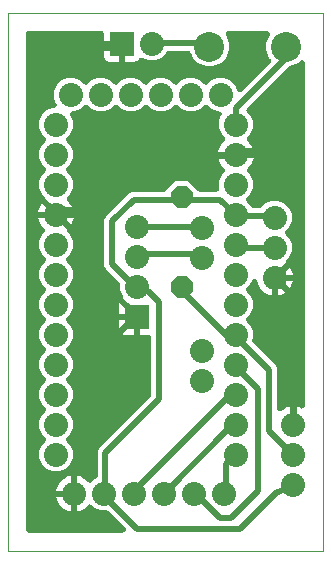
<source format=gbr>
G04 EAGLE Gerber X2 export*
%TF.Part,Single*%
%TF.FileFunction,Copper,L1,Bot,Mixed*%
%TF.FilePolarity,Positive*%
%TF.GenerationSoftware,Autodesk,EAGLE,9.5.0*%
%TF.CreationDate,2020-01-27T17:32:09Z*%
G75*
%MOIN*%
%FSLAX34Y34*%
%LPD*%
%INWater_copper*%
%AMOC8*
5,1,8,0,0,1.08239X$1,22.5*%
G01*
%ADD10C,0.000000*%
%ADD11P,0.077932X8X112.500000*%
%ADD12C,0.080000*%
%ADD13R,0.080000X0.080000*%
%ADD14C,0.100000*%
%ADD15C,0.020000*%

G36*
X3836Y601D02*
X3836Y601D01*
X3841Y601D01*
X3845Y602D01*
X3848Y602D01*
X3854Y604D01*
X3859Y605D01*
X3862Y606D01*
X3866Y607D01*
X3870Y609D01*
X3875Y611D01*
X3878Y613D01*
X3881Y615D01*
X3886Y618D01*
X3890Y620D01*
X3893Y623D01*
X3896Y625D01*
X3899Y629D01*
X3903Y632D01*
X3906Y635D01*
X3908Y638D01*
X3911Y642D01*
X3914Y646D01*
X3916Y649D01*
X3918Y652D01*
X3920Y657D01*
X3922Y662D01*
X3924Y665D01*
X3925Y668D01*
X3926Y674D01*
X3928Y679D01*
X3928Y682D01*
X3929Y686D01*
X3929Y691D01*
X3930Y696D01*
X3930Y700D01*
X3930Y703D01*
X3929Y708D01*
X3929Y714D01*
X3928Y717D01*
X3928Y721D01*
X3926Y726D01*
X3925Y731D01*
X3924Y734D01*
X3923Y738D01*
X3920Y742D01*
X3918Y747D01*
X3916Y750D01*
X3915Y753D01*
X3911Y758D01*
X3908Y762D01*
X3905Y766D01*
X3904Y767D01*
X3903Y768D01*
X3901Y770D01*
X3361Y1310D01*
X3356Y1315D01*
X3351Y1319D01*
X3349Y1320D01*
X3348Y1322D01*
X3342Y1325D01*
X3336Y1329D01*
X3334Y1329D01*
X3332Y1330D01*
X3326Y1333D01*
X3319Y1335D01*
X3317Y1335D01*
X3316Y1336D01*
X3309Y1337D01*
X3302Y1339D01*
X3299Y1339D01*
X3298Y1339D01*
X3296Y1339D01*
X3291Y1339D01*
X3088Y1339D01*
X2882Y1425D01*
X2798Y1509D01*
X2792Y1514D01*
X2786Y1519D01*
X2785Y1520D01*
X2778Y1524D01*
X2771Y1528D01*
X2770Y1528D01*
X2769Y1529D01*
X2762Y1531D01*
X2754Y1534D01*
X2753Y1534D01*
X2753Y1535D01*
X2745Y1536D01*
X2737Y1537D01*
X2736Y1537D01*
X2735Y1537D01*
X2727Y1537D01*
X2719Y1537D01*
X2718Y1537D01*
X2710Y1536D01*
X2702Y1534D01*
X2701Y1534D01*
X2700Y1534D01*
X2693Y1531D01*
X2685Y1528D01*
X2684Y1527D01*
X2677Y1523D01*
X2670Y1519D01*
X2669Y1518D01*
X2666Y1515D01*
X2662Y1512D01*
X2657Y1507D01*
X2656Y1507D01*
X2656Y1506D01*
X2655Y1506D01*
X2597Y1447D01*
X2534Y1399D01*
X2466Y1360D01*
X2394Y1330D01*
X2317Y1310D01*
X2299Y1307D01*
X2299Y1900D01*
X2299Y2493D01*
X2317Y2490D01*
X2394Y2470D01*
X2466Y2440D01*
X2534Y2401D01*
X2597Y2353D01*
X2657Y2292D01*
X2658Y2292D01*
X2660Y2289D01*
X2661Y2289D01*
X2661Y2288D01*
X2668Y2283D01*
X2674Y2278D01*
X2675Y2278D01*
X2675Y2277D01*
X2683Y2274D01*
X2690Y2270D01*
X2691Y2270D01*
X2691Y2269D01*
X2699Y2267D01*
X2707Y2265D01*
X2708Y2264D01*
X2716Y2263D01*
X2724Y2262D01*
X2725Y2262D01*
X2726Y2262D01*
X2734Y2263D01*
X2742Y2263D01*
X2743Y2263D01*
X2751Y2265D01*
X2759Y2267D01*
X2760Y2268D01*
X2768Y2271D01*
X2775Y2274D01*
X2776Y2275D01*
X2777Y2275D01*
X2783Y2279D01*
X2790Y2284D01*
X2791Y2285D01*
X2792Y2286D01*
X2798Y2291D01*
X2882Y2375D01*
X2928Y2394D01*
X2936Y2398D01*
X2943Y2402D01*
X2944Y2402D01*
X2950Y2408D01*
X2957Y2413D01*
X2958Y2413D01*
X2963Y2420D01*
X2969Y2426D01*
X2974Y2434D01*
X2979Y2441D01*
X2982Y2450D01*
X2984Y2454D01*
X2984Y2455D01*
X2985Y2458D01*
X2987Y2466D01*
X2987Y2468D01*
X2988Y2472D01*
X2988Y2473D01*
X2989Y2475D01*
X2989Y2476D01*
X2989Y2486D01*
X2989Y3302D01*
X3029Y3398D01*
X4750Y5119D01*
X4755Y5124D01*
X4759Y5129D01*
X4760Y5131D01*
X4762Y5132D01*
X4765Y5138D01*
X4769Y5144D01*
X4769Y5146D01*
X4770Y5148D01*
X4773Y5154D01*
X4775Y5161D01*
X4775Y5163D01*
X4776Y5164D01*
X4777Y5171D01*
X4779Y5178D01*
X4779Y5181D01*
X4779Y5182D01*
X4779Y5184D01*
X4779Y5189D01*
X4779Y7100D01*
X4779Y7102D01*
X4779Y7103D01*
X4778Y7110D01*
X4778Y7118D01*
X4777Y7119D01*
X4777Y7121D01*
X4775Y7128D01*
X4773Y7135D01*
X4772Y7136D01*
X4772Y7138D01*
X4769Y7144D01*
X4765Y7151D01*
X4764Y7152D01*
X4764Y7153D01*
X4759Y7159D01*
X4755Y7165D01*
X4754Y7166D01*
X4753Y7167D01*
X4748Y7172D01*
X4742Y7177D01*
X4741Y7178D01*
X4740Y7179D01*
X4734Y7183D01*
X4728Y7187D01*
X4726Y7188D01*
X4725Y7189D01*
X4718Y7191D01*
X4712Y7194D01*
X4710Y7194D01*
X4708Y7195D01*
X4701Y7197D01*
X4694Y7198D01*
X4693Y7198D01*
X4691Y7199D01*
X4680Y7199D01*
X4399Y7199D01*
X4399Y7800D01*
X4399Y7802D01*
X4399Y7803D01*
X4398Y7810D01*
X4398Y7818D01*
X4397Y7819D01*
X4397Y7821D01*
X4395Y7828D01*
X4393Y7835D01*
X4392Y7836D01*
X4392Y7838D01*
X4389Y7844D01*
X4385Y7851D01*
X4384Y7852D01*
X4384Y7853D01*
X4379Y7859D01*
X4375Y7865D01*
X4374Y7866D01*
X4373Y7867D01*
X4368Y7872D01*
X4362Y7877D01*
X4361Y7878D01*
X4360Y7879D01*
X4354Y7883D01*
X4348Y7887D01*
X4346Y7888D01*
X4345Y7889D01*
X4338Y7891D01*
X4332Y7894D01*
X4330Y7894D01*
X4328Y7895D01*
X4321Y7897D01*
X4314Y7898D01*
X4313Y7898D01*
X4311Y7899D01*
X4300Y7899D01*
X3699Y7899D01*
X3699Y8220D01*
X3707Y8259D01*
X3722Y8295D01*
X3744Y8328D01*
X3772Y8356D01*
X3787Y8366D01*
X3788Y8366D01*
X3794Y8372D01*
X3800Y8377D01*
X3801Y8377D01*
X3801Y8378D01*
X3807Y8384D01*
X3812Y8390D01*
X3812Y8391D01*
X3813Y8391D01*
X3817Y8398D01*
X3821Y8405D01*
X3821Y8406D01*
X3821Y8407D01*
X3824Y8414D01*
X3827Y8422D01*
X3827Y8423D01*
X3829Y8431D01*
X3830Y8439D01*
X3830Y8440D01*
X3830Y8441D01*
X3830Y8449D01*
X3830Y8457D01*
X3830Y8458D01*
X3829Y8466D01*
X3827Y8474D01*
X3827Y8475D01*
X3827Y8476D01*
X3823Y8486D01*
X3739Y8688D01*
X3739Y8871D01*
X3739Y8878D01*
X3738Y8885D01*
X3738Y8887D01*
X3738Y8888D01*
X3736Y8895D01*
X3734Y8902D01*
X3734Y8904D01*
X3733Y8906D01*
X3730Y8912D01*
X3727Y8918D01*
X3726Y8920D01*
X3725Y8921D01*
X3721Y8927D01*
X3718Y8933D01*
X3716Y8935D01*
X3715Y8936D01*
X3714Y8937D01*
X3710Y8941D01*
X3259Y9392D01*
X3219Y9488D01*
X3219Y11032D01*
X3259Y11128D01*
X4052Y11921D01*
X4148Y11961D01*
X5183Y11961D01*
X5190Y11961D01*
X5197Y11962D01*
X5199Y11962D01*
X5201Y11962D01*
X5207Y11964D01*
X5214Y11966D01*
X5216Y11966D01*
X5218Y11967D01*
X5224Y11970D01*
X5230Y11973D01*
X5232Y11974D01*
X5234Y11975D01*
X5239Y11979D01*
X5245Y11982D01*
X5247Y11984D01*
X5248Y11985D01*
X5249Y11986D01*
X5253Y11990D01*
X5584Y12321D01*
X6016Y12321D01*
X6347Y11990D01*
X6352Y11985D01*
X6357Y11981D01*
X6359Y11980D01*
X6360Y11978D01*
X6366Y11975D01*
X6372Y11971D01*
X6374Y11971D01*
X6376Y11970D01*
X6382Y11967D01*
X6388Y11965D01*
X6390Y11965D01*
X6392Y11964D01*
X6399Y11963D01*
X6406Y11961D01*
X6408Y11961D01*
X6410Y11961D01*
X6412Y11961D01*
X6417Y11961D01*
X6944Y11961D01*
X6947Y11961D01*
X6950Y11961D01*
X6956Y11962D01*
X6961Y11962D01*
X6965Y11963D01*
X6968Y11964D01*
X6973Y11966D01*
X6978Y11967D01*
X6981Y11968D01*
X6985Y11970D01*
X6989Y11972D01*
X6994Y11975D01*
X6997Y11977D01*
X7000Y11978D01*
X7004Y11982D01*
X7009Y11985D01*
X7011Y11987D01*
X7014Y11990D01*
X7017Y11994D01*
X7021Y11998D01*
X7023Y12000D01*
X7025Y12003D01*
X7028Y12008D01*
X7031Y12012D01*
X7032Y12015D01*
X7034Y12018D01*
X7036Y12024D01*
X7038Y12028D01*
X7039Y12032D01*
X7040Y12035D01*
X7041Y12040D01*
X7042Y12046D01*
X7042Y12049D01*
X7043Y12052D01*
X7043Y12058D01*
X7043Y12063D01*
X7042Y12067D01*
X7042Y12070D01*
X7041Y12075D01*
X7041Y12081D01*
X7040Y12084D01*
X7039Y12086D01*
X7039Y12312D01*
X7125Y12518D01*
X7209Y12602D01*
X7214Y12608D01*
X7219Y12614D01*
X7220Y12615D01*
X7224Y12622D01*
X7228Y12629D01*
X7228Y12630D01*
X7229Y12631D01*
X7231Y12638D01*
X7234Y12646D01*
X7234Y12647D01*
X7235Y12647D01*
X7236Y12655D01*
X7237Y12663D01*
X7237Y12664D01*
X7237Y12665D01*
X7237Y12673D01*
X7237Y12681D01*
X7237Y12682D01*
X7236Y12690D01*
X7234Y12698D01*
X7234Y12699D01*
X7234Y12700D01*
X7231Y12707D01*
X7228Y12715D01*
X7227Y12716D01*
X7223Y12723D01*
X7219Y12730D01*
X7218Y12731D01*
X7215Y12734D01*
X7212Y12738D01*
X7207Y12743D01*
X7207Y12744D01*
X7206Y12744D01*
X7206Y12745D01*
X7147Y12803D01*
X7099Y12866D01*
X7060Y12934D01*
X7030Y13006D01*
X7010Y13083D01*
X7007Y13101D01*
X7600Y13101D01*
X8193Y13101D01*
X8190Y13083D01*
X8170Y13006D01*
X8140Y12934D01*
X8101Y12866D01*
X8053Y12803D01*
X7992Y12743D01*
X7992Y12742D01*
X7989Y12740D01*
X7989Y12739D01*
X7988Y12739D01*
X7983Y12732D01*
X7978Y12726D01*
X7978Y12725D01*
X7977Y12725D01*
X7974Y12717D01*
X7970Y12710D01*
X7970Y12709D01*
X7969Y12709D01*
X7967Y12701D01*
X7965Y12693D01*
X7964Y12692D01*
X7963Y12684D01*
X7962Y12676D01*
X7962Y12675D01*
X7962Y12674D01*
X7963Y12666D01*
X7963Y12658D01*
X7963Y12657D01*
X7965Y12649D01*
X7967Y12641D01*
X7968Y12640D01*
X7971Y12632D01*
X7974Y12625D01*
X7975Y12624D01*
X7975Y12623D01*
X7979Y12617D01*
X7984Y12610D01*
X7985Y12609D01*
X7986Y12608D01*
X7991Y12602D01*
X8075Y12518D01*
X8161Y12312D01*
X8161Y12088D01*
X8075Y11882D01*
X7963Y11770D01*
X7962Y11769D01*
X7961Y11768D01*
X7956Y11762D01*
X7952Y11757D01*
X7951Y11755D01*
X7950Y11754D01*
X7947Y11748D01*
X7943Y11741D01*
X7943Y11740D01*
X7942Y11738D01*
X7940Y11731D01*
X7937Y11725D01*
X7937Y11723D01*
X7936Y11721D01*
X7936Y11714D01*
X7934Y11707D01*
X7934Y11706D01*
X7934Y11704D01*
X7935Y11697D01*
X7935Y11690D01*
X7935Y11688D01*
X7935Y11686D01*
X7937Y11679D01*
X7938Y11672D01*
X7939Y11671D01*
X7939Y11669D01*
X7942Y11662D01*
X7945Y11656D01*
X7945Y11654D01*
X7946Y11653D01*
X7950Y11647D01*
X7954Y11641D01*
X7955Y11639D01*
X7956Y11638D01*
X7963Y11630D01*
X8075Y11518D01*
X8090Y11482D01*
X8094Y11474D01*
X8098Y11467D01*
X8098Y11466D01*
X8104Y11459D01*
X8109Y11453D01*
X8109Y11452D01*
X8116Y11447D01*
X8122Y11441D01*
X8130Y11436D01*
X8137Y11431D01*
X8145Y11428D01*
X8153Y11425D01*
X8154Y11425D01*
X8162Y11423D01*
X8171Y11421D01*
X8172Y11421D01*
X8182Y11421D01*
X8387Y11421D01*
X8393Y11421D01*
X8400Y11422D01*
X8402Y11422D01*
X8404Y11422D01*
X8411Y11424D01*
X8418Y11426D01*
X8419Y11426D01*
X8421Y11427D01*
X8427Y11430D01*
X8434Y11433D01*
X8435Y11434D01*
X8437Y11435D01*
X8443Y11439D01*
X8448Y11442D01*
X8450Y11444D01*
X8452Y11445D01*
X8453Y11446D01*
X8457Y11450D01*
X8582Y11575D01*
X8788Y11661D01*
X9012Y11661D01*
X9218Y11575D01*
X9375Y11418D01*
X9461Y11212D01*
X9461Y10988D01*
X9375Y10782D01*
X9263Y10670D01*
X9262Y10669D01*
X9261Y10668D01*
X9256Y10662D01*
X9252Y10657D01*
X9251Y10655D01*
X9250Y10654D01*
X9247Y10648D01*
X9243Y10641D01*
X9243Y10640D01*
X9242Y10638D01*
X9240Y10631D01*
X9237Y10625D01*
X9237Y10623D01*
X9236Y10621D01*
X9236Y10614D01*
X9234Y10607D01*
X9234Y10606D01*
X9234Y10604D01*
X9235Y10597D01*
X9235Y10590D01*
X9235Y10588D01*
X9235Y10586D01*
X9237Y10579D01*
X9238Y10572D01*
X9239Y10571D01*
X9239Y10569D01*
X9242Y10562D01*
X9245Y10556D01*
X9245Y10554D01*
X9246Y10553D01*
X9250Y10547D01*
X9254Y10541D01*
X9255Y10539D01*
X9256Y10538D01*
X9263Y10530D01*
X9375Y10418D01*
X9461Y10212D01*
X9461Y9988D01*
X9375Y9782D01*
X9291Y9698D01*
X9286Y9692D01*
X9281Y9686D01*
X9280Y9685D01*
X9276Y9678D01*
X9272Y9671D01*
X9272Y9670D01*
X9271Y9669D01*
X9269Y9662D01*
X9266Y9654D01*
X9266Y9653D01*
X9265Y9653D01*
X9264Y9645D01*
X9263Y9637D01*
X9263Y9636D01*
X9263Y9635D01*
X9263Y9627D01*
X9263Y9619D01*
X9263Y9618D01*
X9264Y9610D01*
X9266Y9602D01*
X9266Y9601D01*
X9266Y9600D01*
X9269Y9593D01*
X9272Y9585D01*
X9273Y9584D01*
X9277Y9577D01*
X9281Y9570D01*
X9282Y9569D01*
X9285Y9566D01*
X9288Y9562D01*
X9293Y9557D01*
X9293Y9556D01*
X9294Y9556D01*
X9294Y9555D01*
X9353Y9497D01*
X9401Y9434D01*
X9440Y9366D01*
X9470Y9294D01*
X9490Y9217D01*
X9493Y9199D01*
X8900Y9199D01*
X8898Y9199D01*
X8897Y9199D01*
X8890Y9198D01*
X8882Y9198D01*
X8881Y9197D01*
X8879Y9197D01*
X8872Y9195D01*
X8865Y9193D01*
X8864Y9192D01*
X8862Y9192D01*
X8856Y9189D01*
X8849Y9185D01*
X8848Y9184D01*
X8847Y9184D01*
X8841Y9179D01*
X8835Y9175D01*
X8834Y9174D01*
X8833Y9173D01*
X8828Y9168D01*
X8823Y9162D01*
X8822Y9161D01*
X8821Y9160D01*
X8817Y9154D01*
X8813Y9148D01*
X8812Y9146D01*
X8811Y9145D01*
X8809Y9138D01*
X8806Y9132D01*
X8806Y9130D01*
X8805Y9128D01*
X8803Y9121D01*
X8802Y9114D01*
X8802Y9113D01*
X8801Y9111D01*
X8801Y9100D01*
X8801Y8507D01*
X8783Y8510D01*
X8706Y8530D01*
X8634Y8560D01*
X8566Y8599D01*
X8503Y8647D01*
X8447Y8703D01*
X8399Y8766D01*
X8360Y8834D01*
X8330Y8906D01*
X8310Y8983D01*
X8309Y8985D01*
X8308Y8988D01*
X8306Y8994D01*
X8303Y8999D01*
X8302Y9002D01*
X8301Y9004D01*
X8298Y9009D01*
X8295Y9014D01*
X8293Y9017D01*
X8291Y9019D01*
X8287Y9023D01*
X8283Y9028D01*
X8281Y9030D01*
X8279Y9032D01*
X8274Y9035D01*
X8269Y9039D01*
X8267Y9040D01*
X8265Y9042D01*
X8259Y9045D01*
X8254Y9048D01*
X8251Y9048D01*
X8249Y9050D01*
X8243Y9051D01*
X8237Y9053D01*
X8234Y9054D01*
X8232Y9054D01*
X8226Y9055D01*
X8220Y9056D01*
X8217Y9056D01*
X8214Y9056D01*
X8208Y9056D01*
X8202Y9055D01*
X8199Y9055D01*
X8196Y9055D01*
X8191Y9053D01*
X8185Y9052D01*
X8182Y9051D01*
X8179Y9050D01*
X8174Y9047D01*
X8168Y9045D01*
X8166Y9044D01*
X8163Y9042D01*
X8159Y9039D01*
X8154Y9036D01*
X8151Y9034D01*
X8149Y9032D01*
X8145Y9028D01*
X8140Y9024D01*
X8139Y9022D01*
X8137Y9019D01*
X8133Y9015D01*
X8130Y9010D01*
X8128Y9007D01*
X8127Y9005D01*
X8122Y8995D01*
X8075Y8882D01*
X7963Y8770D01*
X7962Y8769D01*
X7961Y8768D01*
X7956Y8762D01*
X7952Y8757D01*
X7951Y8755D01*
X7950Y8754D01*
X7947Y8748D01*
X7943Y8741D01*
X7943Y8740D01*
X7942Y8738D01*
X7940Y8731D01*
X7937Y8725D01*
X7937Y8723D01*
X7936Y8721D01*
X7936Y8714D01*
X7934Y8707D01*
X7934Y8706D01*
X7934Y8704D01*
X7935Y8697D01*
X7935Y8690D01*
X7935Y8688D01*
X7935Y8686D01*
X7937Y8679D01*
X7938Y8672D01*
X7939Y8671D01*
X7939Y8669D01*
X7942Y8662D01*
X7945Y8656D01*
X7945Y8654D01*
X7946Y8653D01*
X7950Y8647D01*
X7954Y8641D01*
X7955Y8639D01*
X7956Y8638D01*
X7963Y8630D01*
X8075Y8518D01*
X8161Y8312D01*
X8161Y8088D01*
X8075Y7882D01*
X7963Y7770D01*
X7962Y7769D01*
X7961Y7768D01*
X7956Y7762D01*
X7952Y7757D01*
X7951Y7755D01*
X7950Y7754D01*
X7947Y7748D01*
X7943Y7741D01*
X7943Y7740D01*
X7942Y7738D01*
X7940Y7731D01*
X7937Y7725D01*
X7937Y7723D01*
X7936Y7721D01*
X7936Y7714D01*
X7934Y7707D01*
X7934Y7706D01*
X7934Y7704D01*
X7935Y7697D01*
X7935Y7690D01*
X7935Y7688D01*
X7935Y7686D01*
X7937Y7679D01*
X7938Y7672D01*
X7939Y7671D01*
X7939Y7669D01*
X7942Y7662D01*
X7945Y7656D01*
X7945Y7654D01*
X7946Y7653D01*
X7950Y7647D01*
X7954Y7641D01*
X7955Y7639D01*
X7956Y7638D01*
X7963Y7630D01*
X8075Y7518D01*
X8161Y7312D01*
X8161Y7088D01*
X8143Y7046D01*
X8140Y7038D01*
X8138Y7029D01*
X8137Y7020D01*
X8136Y7012D01*
X8136Y7011D01*
X8136Y7003D01*
X8136Y6994D01*
X8138Y6985D01*
X8140Y6977D01*
X8141Y6977D01*
X8144Y6969D01*
X8147Y6961D01*
X8148Y6960D01*
X8152Y6953D01*
X8157Y6946D01*
X8158Y6945D01*
X8165Y6938D01*
X8921Y6181D01*
X8961Y6085D01*
X8961Y4745D01*
X8961Y4737D01*
X8962Y4730D01*
X8962Y4728D01*
X8962Y4727D01*
X8964Y4720D01*
X8966Y4712D01*
X8967Y4711D01*
X8967Y4710D01*
X8970Y4703D01*
X8973Y4696D01*
X8974Y4695D01*
X8975Y4694D01*
X8979Y4688D01*
X8983Y4682D01*
X8984Y4681D01*
X8985Y4680D01*
X8990Y4675D01*
X8996Y4669D01*
X8997Y4668D01*
X8998Y4668D01*
X9004Y4663D01*
X9010Y4659D01*
X9011Y4658D01*
X9012Y4658D01*
X9019Y4655D01*
X9026Y4651D01*
X9027Y4651D01*
X9028Y4651D01*
X9036Y4649D01*
X9043Y4647D01*
X9044Y4647D01*
X9046Y4646D01*
X9053Y4646D01*
X9061Y4645D01*
X9062Y4646D01*
X9063Y4646D01*
X9071Y4646D01*
X9078Y4647D01*
X9080Y4648D01*
X9081Y4648D01*
X9088Y4650D01*
X9095Y4652D01*
X9096Y4653D01*
X9098Y4653D01*
X9104Y4656D01*
X9111Y4660D01*
X9113Y4661D01*
X9115Y4662D01*
X9120Y4666D01*
X9166Y4701D01*
X9234Y4740D01*
X9306Y4770D01*
X9383Y4790D01*
X9401Y4793D01*
X9401Y4200D01*
X9401Y4198D01*
X9401Y4197D01*
X9402Y4190D01*
X9402Y4182D01*
X9403Y4181D01*
X9403Y4179D01*
X9405Y4172D01*
X9407Y4165D01*
X9408Y4164D01*
X9408Y4162D01*
X9411Y4156D01*
X9415Y4149D01*
X9416Y4148D01*
X9416Y4147D01*
X9421Y4141D01*
X9425Y4135D01*
X9426Y4134D01*
X9427Y4133D01*
X9432Y4128D01*
X9438Y4123D01*
X9439Y4122D01*
X9440Y4121D01*
X9446Y4117D01*
X9452Y4113D01*
X9454Y4112D01*
X9455Y4111D01*
X9462Y4109D01*
X9468Y4106D01*
X9470Y4106D01*
X9472Y4105D01*
X9479Y4103D01*
X9486Y4102D01*
X9487Y4102D01*
X9489Y4101D01*
X9500Y4101D01*
X9502Y4101D01*
X9503Y4101D01*
X9510Y4102D01*
X9518Y4102D01*
X9519Y4103D01*
X9521Y4103D01*
X9528Y4105D01*
X9535Y4107D01*
X9536Y4108D01*
X9538Y4108D01*
X9544Y4112D01*
X9551Y4115D01*
X9552Y4116D01*
X9553Y4116D01*
X9559Y4121D01*
X9565Y4125D01*
X9566Y4126D01*
X9567Y4127D01*
X9572Y4132D01*
X9577Y4138D01*
X9578Y4139D01*
X9579Y4140D01*
X9583Y4146D01*
X9587Y4152D01*
X9588Y4154D01*
X9589Y4155D01*
X9591Y4162D01*
X9594Y4168D01*
X9594Y4170D01*
X9595Y4172D01*
X9597Y4179D01*
X9598Y4186D01*
X9598Y4187D01*
X9599Y4189D01*
X9599Y4200D01*
X9599Y4793D01*
X9617Y4790D01*
X9694Y4770D01*
X9762Y4742D01*
X9765Y4741D01*
X9768Y4739D01*
X9774Y4738D01*
X9779Y4736D01*
X9782Y4736D01*
X9786Y4735D01*
X9791Y4735D01*
X9796Y4734D01*
X9800Y4734D01*
X9803Y4734D01*
X9809Y4735D01*
X9814Y4735D01*
X9817Y4736D01*
X9821Y4736D01*
X9826Y4738D01*
X9831Y4739D01*
X9834Y4741D01*
X9838Y4742D01*
X9842Y4744D01*
X9847Y4746D01*
X9850Y4748D01*
X9853Y4750D01*
X9858Y4753D01*
X9862Y4756D01*
X9865Y4758D01*
X9867Y4761D01*
X9871Y4765D01*
X9875Y4768D01*
X9877Y4771D01*
X9879Y4774D01*
X9882Y4778D01*
X9885Y4783D01*
X9887Y4786D01*
X9889Y4789D01*
X9891Y4794D01*
X9893Y4798D01*
X9894Y4802D01*
X9895Y4805D01*
X9896Y4810D01*
X9898Y4815D01*
X9898Y4819D01*
X9899Y4822D01*
X9899Y4833D01*
X9899Y16246D01*
X9899Y16251D01*
X9899Y16256D01*
X9898Y16260D01*
X9898Y16263D01*
X9896Y16268D01*
X9895Y16273D01*
X9894Y16277D01*
X9893Y16280D01*
X9891Y16285D01*
X9889Y16290D01*
X9887Y16293D01*
X9885Y16296D01*
X9882Y16300D01*
X9880Y16305D01*
X9877Y16308D01*
X9875Y16311D01*
X9871Y16314D01*
X9868Y16318D01*
X9865Y16320D01*
X9862Y16323D01*
X9858Y16326D01*
X9854Y16329D01*
X9851Y16331D01*
X9848Y16333D01*
X9843Y16335D01*
X9838Y16337D01*
X9835Y16338D01*
X9832Y16340D01*
X9826Y16341D01*
X9821Y16343D01*
X9818Y16343D01*
X9814Y16344D01*
X9809Y16344D01*
X9804Y16345D01*
X9800Y16345D01*
X9797Y16345D01*
X9792Y16344D01*
X9786Y16344D01*
X9783Y16343D01*
X9779Y16343D01*
X9774Y16341D01*
X9769Y16340D01*
X9766Y16339D01*
X9762Y16337D01*
X9758Y16335D01*
X9753Y16333D01*
X9750Y16331D01*
X9747Y16329D01*
X9742Y16326D01*
X9738Y16323D01*
X9734Y16320D01*
X9733Y16319D01*
X9732Y16318D01*
X9730Y16316D01*
X9654Y16240D01*
X9411Y16139D01*
X9409Y16139D01*
X9402Y16139D01*
X9395Y16138D01*
X9393Y16138D01*
X9392Y16138D01*
X9385Y16136D01*
X9378Y16134D01*
X9376Y16134D01*
X9374Y16133D01*
X9368Y16130D01*
X9362Y16127D01*
X9360Y16126D01*
X9359Y16125D01*
X9353Y16121D01*
X9347Y16118D01*
X9345Y16116D01*
X9344Y16115D01*
X9343Y16114D01*
X9339Y16110D01*
X7981Y14752D01*
X7980Y14751D01*
X7979Y14750D01*
X7974Y14744D01*
X7970Y14739D01*
X7969Y14737D01*
X7968Y14736D01*
X7965Y14730D01*
X7961Y14723D01*
X7960Y14722D01*
X7960Y14720D01*
X7958Y14714D01*
X7955Y14707D01*
X7955Y14705D01*
X7954Y14704D01*
X7953Y14696D01*
X7952Y14689D01*
X7952Y14688D01*
X7952Y14686D01*
X7952Y14679D01*
X7953Y14672D01*
X7953Y14670D01*
X7953Y14668D01*
X7955Y14661D01*
X7956Y14654D01*
X7957Y14653D01*
X7957Y14651D01*
X7960Y14645D01*
X7962Y14638D01*
X7963Y14636D01*
X7964Y14635D01*
X7968Y14629D01*
X7972Y14623D01*
X7973Y14622D01*
X7974Y14620D01*
X7981Y14612D01*
X8075Y14518D01*
X8161Y14312D01*
X8161Y14088D01*
X8075Y13882D01*
X7991Y13798D01*
X7986Y13792D01*
X7981Y13786D01*
X7980Y13785D01*
X7976Y13778D01*
X7972Y13771D01*
X7972Y13770D01*
X7971Y13769D01*
X7969Y13762D01*
X7966Y13754D01*
X7966Y13753D01*
X7965Y13753D01*
X7964Y13745D01*
X7963Y13737D01*
X7963Y13736D01*
X7963Y13735D01*
X7963Y13727D01*
X7963Y13719D01*
X7963Y13718D01*
X7964Y13710D01*
X7966Y13702D01*
X7966Y13701D01*
X7966Y13700D01*
X7969Y13693D01*
X7972Y13685D01*
X7973Y13684D01*
X7977Y13677D01*
X7981Y13670D01*
X7982Y13669D01*
X7985Y13666D01*
X7988Y13662D01*
X7993Y13657D01*
X7993Y13656D01*
X7994Y13656D01*
X7994Y13655D01*
X8053Y13597D01*
X8101Y13534D01*
X8140Y13466D01*
X8170Y13394D01*
X8190Y13317D01*
X8193Y13299D01*
X7600Y13299D01*
X7007Y13299D01*
X7010Y13317D01*
X7030Y13394D01*
X7060Y13466D01*
X7099Y13534D01*
X7147Y13597D01*
X7208Y13657D01*
X7208Y13658D01*
X7211Y13660D01*
X7211Y13661D01*
X7212Y13661D01*
X7217Y13668D01*
X7222Y13674D01*
X7222Y13675D01*
X7223Y13675D01*
X7226Y13683D01*
X7230Y13690D01*
X7230Y13691D01*
X7231Y13691D01*
X7233Y13699D01*
X7235Y13707D01*
X7236Y13708D01*
X7237Y13716D01*
X7238Y13724D01*
X7238Y13725D01*
X7238Y13726D01*
X7237Y13734D01*
X7237Y13742D01*
X7237Y13743D01*
X7235Y13751D01*
X7233Y13759D01*
X7232Y13760D01*
X7229Y13768D01*
X7226Y13775D01*
X7225Y13776D01*
X7221Y13783D01*
X7216Y13790D01*
X7215Y13791D01*
X7214Y13792D01*
X7209Y13798D01*
X7125Y13882D01*
X7039Y14088D01*
X7039Y14312D01*
X7118Y14502D01*
X7119Y14505D01*
X7121Y14508D01*
X7122Y14514D01*
X7123Y14519D01*
X7124Y14522D01*
X7125Y14526D01*
X7125Y14531D01*
X7126Y14536D01*
X7125Y14540D01*
X7126Y14543D01*
X7125Y14549D01*
X7125Y14554D01*
X7124Y14557D01*
X7123Y14561D01*
X7122Y14566D01*
X7121Y14571D01*
X7119Y14574D01*
X7118Y14578D01*
X7116Y14582D01*
X7114Y14587D01*
X7112Y14590D01*
X7110Y14593D01*
X7107Y14598D01*
X7104Y14602D01*
X7101Y14605D01*
X7099Y14607D01*
X7095Y14611D01*
X7092Y14615D01*
X7089Y14617D01*
X7086Y14619D01*
X7082Y14622D01*
X7077Y14625D01*
X7074Y14627D01*
X7071Y14629D01*
X7066Y14631D01*
X7061Y14633D01*
X7058Y14634D01*
X7055Y14635D01*
X7050Y14636D01*
X7044Y14638D01*
X7041Y14638D01*
X7038Y14639D01*
X7027Y14639D01*
X7026Y14639D01*
X6988Y14639D01*
X6782Y14725D01*
X6670Y14837D01*
X6669Y14838D01*
X6668Y14839D01*
X6662Y14843D01*
X6657Y14848D01*
X6655Y14849D01*
X6654Y14850D01*
X6648Y14853D01*
X6641Y14857D01*
X6640Y14857D01*
X6638Y14858D01*
X6631Y14860D01*
X6625Y14863D01*
X6623Y14863D01*
X6621Y14864D01*
X6614Y14864D01*
X6607Y14866D01*
X6606Y14866D01*
X6604Y14866D01*
X6597Y14865D01*
X6590Y14865D01*
X6588Y14865D01*
X6586Y14865D01*
X6579Y14863D01*
X6572Y14862D01*
X6571Y14861D01*
X6569Y14861D01*
X6562Y14858D01*
X6556Y14855D01*
X6554Y14855D01*
X6553Y14854D01*
X6547Y14850D01*
X6541Y14846D01*
X6539Y14845D01*
X6538Y14844D01*
X6530Y14837D01*
X6418Y14725D01*
X6212Y14639D01*
X5988Y14639D01*
X5782Y14725D01*
X5670Y14837D01*
X5669Y14838D01*
X5668Y14839D01*
X5662Y14843D01*
X5657Y14848D01*
X5655Y14849D01*
X5654Y14850D01*
X5648Y14853D01*
X5641Y14857D01*
X5640Y14857D01*
X5638Y14858D01*
X5631Y14860D01*
X5625Y14863D01*
X5623Y14863D01*
X5621Y14864D01*
X5614Y14864D01*
X5607Y14866D01*
X5606Y14866D01*
X5604Y14866D01*
X5597Y14865D01*
X5590Y14865D01*
X5588Y14865D01*
X5586Y14865D01*
X5579Y14863D01*
X5572Y14862D01*
X5571Y14861D01*
X5569Y14861D01*
X5562Y14858D01*
X5556Y14855D01*
X5554Y14855D01*
X5553Y14854D01*
X5547Y14850D01*
X5541Y14846D01*
X5539Y14845D01*
X5538Y14844D01*
X5530Y14837D01*
X5418Y14725D01*
X5212Y14639D01*
X4988Y14639D01*
X4782Y14725D01*
X4670Y14837D01*
X4669Y14838D01*
X4668Y14839D01*
X4662Y14843D01*
X4657Y14848D01*
X4655Y14849D01*
X4654Y14850D01*
X4648Y14853D01*
X4641Y14857D01*
X4640Y14857D01*
X4638Y14858D01*
X4631Y14860D01*
X4625Y14863D01*
X4623Y14863D01*
X4621Y14864D01*
X4614Y14864D01*
X4607Y14866D01*
X4606Y14866D01*
X4604Y14866D01*
X4597Y14865D01*
X4590Y14865D01*
X4588Y14865D01*
X4586Y14865D01*
X4579Y14863D01*
X4572Y14862D01*
X4571Y14861D01*
X4569Y14861D01*
X4562Y14858D01*
X4556Y14855D01*
X4554Y14855D01*
X4553Y14854D01*
X4547Y14850D01*
X4541Y14846D01*
X4539Y14845D01*
X4538Y14844D01*
X4530Y14837D01*
X4418Y14725D01*
X4212Y14639D01*
X3988Y14639D01*
X3782Y14725D01*
X3670Y14837D01*
X3669Y14838D01*
X3668Y14839D01*
X3662Y14843D01*
X3657Y14848D01*
X3655Y14849D01*
X3654Y14850D01*
X3648Y14853D01*
X3641Y14857D01*
X3640Y14857D01*
X3638Y14858D01*
X3631Y14860D01*
X3625Y14863D01*
X3623Y14863D01*
X3621Y14864D01*
X3614Y14864D01*
X3607Y14866D01*
X3606Y14866D01*
X3604Y14866D01*
X3597Y14865D01*
X3590Y14865D01*
X3588Y14865D01*
X3586Y14865D01*
X3579Y14863D01*
X3572Y14862D01*
X3571Y14861D01*
X3569Y14861D01*
X3562Y14858D01*
X3556Y14855D01*
X3554Y14855D01*
X3553Y14854D01*
X3547Y14850D01*
X3541Y14846D01*
X3539Y14845D01*
X3538Y14844D01*
X3530Y14837D01*
X3418Y14725D01*
X3212Y14639D01*
X2988Y14639D01*
X2782Y14725D01*
X2670Y14837D01*
X2669Y14838D01*
X2668Y14839D01*
X2662Y14843D01*
X2657Y14848D01*
X2655Y14849D01*
X2654Y14850D01*
X2648Y14853D01*
X2641Y14857D01*
X2640Y14857D01*
X2638Y14858D01*
X2631Y14860D01*
X2625Y14863D01*
X2623Y14863D01*
X2621Y14864D01*
X2614Y14864D01*
X2607Y14866D01*
X2606Y14866D01*
X2604Y14866D01*
X2597Y14865D01*
X2590Y14865D01*
X2588Y14865D01*
X2586Y14865D01*
X2579Y14863D01*
X2572Y14862D01*
X2571Y14861D01*
X2569Y14861D01*
X2562Y14858D01*
X2556Y14855D01*
X2554Y14855D01*
X2553Y14854D01*
X2547Y14850D01*
X2541Y14846D01*
X2539Y14845D01*
X2538Y14844D01*
X2530Y14837D01*
X2418Y14725D01*
X2212Y14639D01*
X2174Y14639D01*
X2170Y14639D01*
X2167Y14639D01*
X2161Y14638D01*
X2156Y14638D01*
X2153Y14637D01*
X2149Y14636D01*
X2144Y14634D01*
X2139Y14633D01*
X2136Y14632D01*
X2133Y14630D01*
X2128Y14628D01*
X2123Y14625D01*
X2120Y14623D01*
X2117Y14622D01*
X2113Y14618D01*
X2109Y14615D01*
X2106Y14613D01*
X2104Y14610D01*
X2100Y14606D01*
X2096Y14602D01*
X2094Y14600D01*
X2092Y14597D01*
X2090Y14592D01*
X2087Y14588D01*
X2085Y14585D01*
X2083Y14582D01*
X2082Y14576D01*
X2079Y14572D01*
X2079Y14568D01*
X2077Y14565D01*
X2077Y14560D01*
X2075Y14554D01*
X2075Y14551D01*
X2075Y14548D01*
X2075Y14542D01*
X2074Y14537D01*
X2075Y14533D01*
X2075Y14530D01*
X2076Y14525D01*
X2076Y14519D01*
X2078Y14516D01*
X2078Y14513D01*
X2082Y14503D01*
X2082Y14502D01*
X2161Y14312D01*
X2161Y14088D01*
X2075Y13882D01*
X1963Y13770D01*
X1962Y13769D01*
X1961Y13768D01*
X1958Y13765D01*
X1958Y13764D01*
X1957Y13763D01*
X1956Y13762D01*
X1952Y13757D01*
X1951Y13755D01*
X1950Y13754D01*
X1947Y13748D01*
X1943Y13741D01*
X1943Y13740D01*
X1942Y13738D01*
X1940Y13731D01*
X1937Y13725D01*
X1937Y13723D01*
X1936Y13721D01*
X1936Y13714D01*
X1934Y13707D01*
X1934Y13706D01*
X1934Y13704D01*
X1935Y13697D01*
X1935Y13690D01*
X1935Y13688D01*
X1935Y13686D01*
X1937Y13679D01*
X1938Y13672D01*
X1939Y13671D01*
X1939Y13669D01*
X1942Y13662D01*
X1945Y13656D01*
X1945Y13654D01*
X1946Y13653D01*
X1950Y13647D01*
X1954Y13641D01*
X1955Y13639D01*
X1956Y13638D01*
X1963Y13630D01*
X2075Y13518D01*
X2161Y13312D01*
X2161Y13088D01*
X2075Y12882D01*
X1963Y12770D01*
X1962Y12769D01*
X1961Y12768D01*
X1956Y12762D01*
X1952Y12757D01*
X1951Y12755D01*
X1950Y12754D01*
X1947Y12748D01*
X1943Y12741D01*
X1943Y12740D01*
X1942Y12738D01*
X1940Y12731D01*
X1937Y12725D01*
X1937Y12723D01*
X1936Y12721D01*
X1936Y12714D01*
X1934Y12707D01*
X1934Y12706D01*
X1934Y12704D01*
X1935Y12697D01*
X1935Y12690D01*
X1935Y12688D01*
X1935Y12686D01*
X1937Y12679D01*
X1938Y12672D01*
X1939Y12671D01*
X1939Y12669D01*
X1942Y12662D01*
X1945Y12656D01*
X1945Y12654D01*
X1946Y12653D01*
X1950Y12647D01*
X1954Y12641D01*
X1955Y12639D01*
X1956Y12638D01*
X1963Y12630D01*
X2075Y12518D01*
X2161Y12312D01*
X2161Y12088D01*
X2075Y11882D01*
X1991Y11798D01*
X1986Y11792D01*
X1981Y11786D01*
X1980Y11785D01*
X1976Y11778D01*
X1972Y11771D01*
X1972Y11770D01*
X1971Y11769D01*
X1969Y11762D01*
X1966Y11754D01*
X1966Y11753D01*
X1965Y11753D01*
X1964Y11745D01*
X1963Y11737D01*
X1963Y11736D01*
X1963Y11735D01*
X1963Y11727D01*
X1963Y11719D01*
X1963Y11718D01*
X1964Y11710D01*
X1966Y11702D01*
X1966Y11701D01*
X1966Y11700D01*
X1969Y11693D01*
X1972Y11685D01*
X1973Y11684D01*
X1977Y11677D01*
X1981Y11670D01*
X1982Y11669D01*
X1985Y11666D01*
X1988Y11662D01*
X1993Y11657D01*
X1993Y11656D01*
X1994Y11656D01*
X1994Y11655D01*
X2053Y11597D01*
X2101Y11534D01*
X2140Y11466D01*
X2170Y11394D01*
X2190Y11317D01*
X2193Y11299D01*
X1600Y11299D01*
X1007Y11299D01*
X1010Y11317D01*
X1030Y11394D01*
X1060Y11466D01*
X1099Y11534D01*
X1147Y11597D01*
X1208Y11657D01*
X1208Y11658D01*
X1211Y11660D01*
X1211Y11661D01*
X1212Y11661D01*
X1217Y11668D01*
X1222Y11674D01*
X1222Y11675D01*
X1223Y11675D01*
X1226Y11683D01*
X1230Y11690D01*
X1230Y11691D01*
X1231Y11691D01*
X1233Y11699D01*
X1235Y11707D01*
X1236Y11708D01*
X1237Y11716D01*
X1238Y11724D01*
X1238Y11725D01*
X1238Y11726D01*
X1237Y11734D01*
X1237Y11742D01*
X1237Y11743D01*
X1235Y11751D01*
X1233Y11759D01*
X1232Y11760D01*
X1229Y11768D01*
X1226Y11775D01*
X1225Y11776D01*
X1221Y11783D01*
X1216Y11790D01*
X1215Y11791D01*
X1214Y11792D01*
X1209Y11798D01*
X1125Y11882D01*
X1039Y12088D01*
X1039Y12312D01*
X1125Y12518D01*
X1237Y12630D01*
X1238Y12631D01*
X1239Y12632D01*
X1243Y12638D01*
X1248Y12643D01*
X1249Y12645D01*
X1250Y12646D01*
X1253Y12652D01*
X1257Y12659D01*
X1257Y12660D01*
X1258Y12662D01*
X1260Y12669D01*
X1263Y12675D01*
X1263Y12677D01*
X1264Y12679D01*
X1264Y12686D01*
X1266Y12693D01*
X1266Y12694D01*
X1266Y12696D01*
X1265Y12703D01*
X1265Y12710D01*
X1265Y12712D01*
X1265Y12714D01*
X1263Y12721D01*
X1262Y12728D01*
X1261Y12729D01*
X1261Y12731D01*
X1258Y12738D01*
X1255Y12744D01*
X1255Y12746D01*
X1254Y12747D01*
X1250Y12753D01*
X1246Y12759D01*
X1245Y12761D01*
X1244Y12762D01*
X1237Y12770D01*
X1125Y12882D01*
X1039Y13088D01*
X1039Y13312D01*
X1125Y13518D01*
X1237Y13630D01*
X1238Y13631D01*
X1239Y13632D01*
X1243Y13638D01*
X1248Y13643D01*
X1249Y13645D01*
X1250Y13646D01*
X1253Y13652D01*
X1257Y13659D01*
X1257Y13660D01*
X1258Y13662D01*
X1260Y13669D01*
X1263Y13675D01*
X1263Y13677D01*
X1264Y13679D01*
X1264Y13686D01*
X1266Y13693D01*
X1266Y13694D01*
X1266Y13696D01*
X1265Y13703D01*
X1265Y13710D01*
X1265Y13712D01*
X1265Y13714D01*
X1263Y13721D01*
X1262Y13728D01*
X1261Y13729D01*
X1261Y13731D01*
X1258Y13738D01*
X1255Y13744D01*
X1255Y13746D01*
X1254Y13747D01*
X1250Y13753D01*
X1246Y13759D01*
X1245Y13761D01*
X1244Y13762D01*
X1238Y13769D01*
X1237Y13770D01*
X1125Y13882D01*
X1039Y14088D01*
X1039Y14312D01*
X1125Y14518D01*
X1282Y14675D01*
X1488Y14761D01*
X1526Y14761D01*
X1530Y14761D01*
X1533Y14761D01*
X1539Y14762D01*
X1544Y14762D01*
X1547Y14763D01*
X1551Y14764D01*
X1556Y14766D01*
X1561Y14767D01*
X1564Y14768D01*
X1567Y14770D01*
X1572Y14772D01*
X1577Y14775D01*
X1580Y14777D01*
X1583Y14778D01*
X1587Y14782D01*
X1591Y14785D01*
X1594Y14787D01*
X1596Y14790D01*
X1600Y14794D01*
X1604Y14798D01*
X1606Y14800D01*
X1608Y14803D01*
X1610Y14808D01*
X1613Y14812D01*
X1615Y14815D01*
X1617Y14818D01*
X1618Y14824D01*
X1621Y14828D01*
X1621Y14832D01*
X1623Y14835D01*
X1623Y14840D01*
X1625Y14846D01*
X1625Y14849D01*
X1625Y14852D01*
X1625Y14858D01*
X1626Y14863D01*
X1625Y14867D01*
X1625Y14870D01*
X1624Y14875D01*
X1623Y14881D01*
X1622Y14884D01*
X1622Y14887D01*
X1618Y14897D01*
X1618Y14898D01*
X1539Y15088D01*
X1539Y15312D01*
X1625Y15518D01*
X1782Y15675D01*
X1988Y15761D01*
X2212Y15761D01*
X2418Y15675D01*
X2530Y15563D01*
X2531Y15562D01*
X2532Y15561D01*
X2538Y15556D01*
X2543Y15552D01*
X2545Y15551D01*
X2546Y15550D01*
X2552Y15547D01*
X2559Y15543D01*
X2560Y15543D01*
X2562Y15542D01*
X2569Y15540D01*
X2575Y15537D01*
X2577Y15537D01*
X2579Y15536D01*
X2586Y15536D01*
X2593Y15534D01*
X2594Y15534D01*
X2596Y15534D01*
X2603Y15535D01*
X2610Y15535D01*
X2612Y15535D01*
X2614Y15535D01*
X2621Y15537D01*
X2628Y15538D01*
X2629Y15539D01*
X2631Y15539D01*
X2638Y15542D01*
X2644Y15545D01*
X2646Y15545D01*
X2647Y15546D01*
X2653Y15550D01*
X2659Y15554D01*
X2661Y15555D01*
X2662Y15556D01*
X2670Y15563D01*
X2782Y15675D01*
X2988Y15761D01*
X3212Y15761D01*
X3418Y15675D01*
X3530Y15563D01*
X3531Y15562D01*
X3532Y15561D01*
X3538Y15556D01*
X3543Y15552D01*
X3545Y15551D01*
X3546Y15550D01*
X3552Y15547D01*
X3559Y15543D01*
X3560Y15543D01*
X3562Y15542D01*
X3569Y15540D01*
X3575Y15537D01*
X3577Y15537D01*
X3579Y15536D01*
X3586Y15536D01*
X3593Y15534D01*
X3594Y15534D01*
X3596Y15534D01*
X3603Y15535D01*
X3610Y15535D01*
X3612Y15535D01*
X3614Y15535D01*
X3621Y15537D01*
X3628Y15538D01*
X3629Y15539D01*
X3631Y15539D01*
X3638Y15542D01*
X3644Y15545D01*
X3646Y15545D01*
X3647Y15546D01*
X3653Y15550D01*
X3659Y15554D01*
X3661Y15555D01*
X3662Y15556D01*
X3670Y15563D01*
X3782Y15675D01*
X3988Y15761D01*
X4212Y15761D01*
X4418Y15675D01*
X4530Y15563D01*
X4531Y15562D01*
X4532Y15561D01*
X4538Y15556D01*
X4543Y15552D01*
X4545Y15551D01*
X4546Y15550D01*
X4552Y15547D01*
X4559Y15543D01*
X4560Y15543D01*
X4562Y15542D01*
X4569Y15540D01*
X4575Y15537D01*
X4577Y15537D01*
X4579Y15536D01*
X4586Y15536D01*
X4593Y15534D01*
X4594Y15534D01*
X4596Y15534D01*
X4603Y15535D01*
X4610Y15535D01*
X4612Y15535D01*
X4614Y15535D01*
X4621Y15537D01*
X4628Y15538D01*
X4629Y15539D01*
X4631Y15539D01*
X4638Y15542D01*
X4644Y15545D01*
X4646Y15545D01*
X4647Y15546D01*
X4653Y15550D01*
X4659Y15554D01*
X4661Y15555D01*
X4662Y15556D01*
X4670Y15563D01*
X4782Y15675D01*
X4988Y15761D01*
X5212Y15761D01*
X5418Y15675D01*
X5530Y15563D01*
X5531Y15562D01*
X5532Y15561D01*
X5538Y15556D01*
X5543Y15552D01*
X5545Y15551D01*
X5546Y15550D01*
X5552Y15547D01*
X5559Y15543D01*
X5560Y15543D01*
X5562Y15542D01*
X5569Y15540D01*
X5575Y15537D01*
X5577Y15537D01*
X5579Y15536D01*
X5586Y15536D01*
X5593Y15534D01*
X5594Y15534D01*
X5596Y15534D01*
X5603Y15535D01*
X5610Y15535D01*
X5612Y15535D01*
X5614Y15535D01*
X5621Y15537D01*
X5628Y15538D01*
X5629Y15539D01*
X5631Y15539D01*
X5638Y15542D01*
X5644Y15545D01*
X5646Y15545D01*
X5647Y15546D01*
X5653Y15550D01*
X5659Y15554D01*
X5661Y15555D01*
X5662Y15556D01*
X5670Y15563D01*
X5782Y15675D01*
X5988Y15761D01*
X6212Y15761D01*
X6418Y15675D01*
X6530Y15563D01*
X6531Y15562D01*
X6532Y15561D01*
X6538Y15556D01*
X6543Y15552D01*
X6545Y15551D01*
X6546Y15550D01*
X6552Y15547D01*
X6559Y15543D01*
X6560Y15543D01*
X6562Y15542D01*
X6569Y15540D01*
X6575Y15537D01*
X6577Y15537D01*
X6579Y15536D01*
X6586Y15536D01*
X6593Y15534D01*
X6594Y15534D01*
X6596Y15534D01*
X6603Y15535D01*
X6610Y15535D01*
X6612Y15535D01*
X6614Y15535D01*
X6621Y15537D01*
X6628Y15538D01*
X6629Y15539D01*
X6631Y15539D01*
X6638Y15542D01*
X6644Y15545D01*
X6646Y15545D01*
X6647Y15546D01*
X6653Y15550D01*
X6659Y15554D01*
X6661Y15555D01*
X6662Y15556D01*
X6670Y15563D01*
X6782Y15675D01*
X6988Y15761D01*
X7212Y15761D01*
X7418Y15675D01*
X7575Y15518D01*
X7646Y15348D01*
X7647Y15345D01*
X7648Y15342D01*
X7651Y15337D01*
X7654Y15333D01*
X7656Y15330D01*
X7658Y15327D01*
X7661Y15323D01*
X7665Y15319D01*
X7667Y15316D01*
X7669Y15314D01*
X7674Y15311D01*
X7678Y15307D01*
X7681Y15305D01*
X7683Y15303D01*
X7688Y15300D01*
X7693Y15298D01*
X7696Y15296D01*
X7699Y15295D01*
X7704Y15293D01*
X7709Y15291D01*
X7712Y15290D01*
X7716Y15289D01*
X7721Y15289D01*
X7726Y15288D01*
X7730Y15288D01*
X7733Y15287D01*
X7739Y15287D01*
X7744Y15287D01*
X7747Y15288D01*
X7751Y15288D01*
X7756Y15289D01*
X7762Y15290D01*
X7765Y15291D01*
X7768Y15292D01*
X7773Y15294D01*
X7778Y15296D01*
X7781Y15298D01*
X7784Y15299D01*
X7789Y15302D01*
X7794Y15305D01*
X7796Y15307D01*
X7799Y15309D01*
X7807Y15316D01*
X8748Y16257D01*
X8749Y16258D01*
X8750Y16259D01*
X8755Y16265D01*
X8759Y16270D01*
X8760Y16272D01*
X8761Y16273D01*
X8764Y16279D01*
X8768Y16286D01*
X8769Y16287D01*
X8769Y16289D01*
X8772Y16295D01*
X8774Y16302D01*
X8774Y16304D01*
X8775Y16305D01*
X8776Y16313D01*
X8777Y16320D01*
X8777Y16321D01*
X8777Y16323D01*
X8777Y16330D01*
X8777Y16337D01*
X8776Y16339D01*
X8776Y16341D01*
X8774Y16348D01*
X8773Y16355D01*
X8772Y16356D01*
X8772Y16358D01*
X8769Y16364D01*
X8767Y16371D01*
X8766Y16373D01*
X8765Y16374D01*
X8761Y16380D01*
X8757Y16386D01*
X8756Y16387D01*
X8755Y16389D01*
X8748Y16397D01*
X8719Y16426D01*
X8619Y16669D01*
X8619Y16931D01*
X8723Y17182D01*
X8724Y17185D01*
X8725Y17188D01*
X8726Y17194D01*
X8728Y17199D01*
X8728Y17202D01*
X8729Y17206D01*
X8729Y17211D01*
X8730Y17216D01*
X8730Y17220D01*
X8730Y17223D01*
X8729Y17229D01*
X8729Y17234D01*
X8728Y17237D01*
X8728Y17241D01*
X8726Y17246D01*
X8725Y17251D01*
X8724Y17254D01*
X8723Y17258D01*
X8720Y17262D01*
X8718Y17267D01*
X8716Y17270D01*
X8715Y17273D01*
X8711Y17278D01*
X8708Y17282D01*
X8706Y17285D01*
X8704Y17287D01*
X8700Y17291D01*
X8696Y17295D01*
X8693Y17297D01*
X8691Y17299D01*
X8686Y17302D01*
X8682Y17305D01*
X8679Y17307D01*
X8676Y17309D01*
X8671Y17311D01*
X8666Y17313D01*
X8662Y17314D01*
X8659Y17315D01*
X8654Y17316D01*
X8649Y17318D01*
X8645Y17318D01*
X8642Y17319D01*
X8632Y17319D01*
X8631Y17319D01*
X7369Y17319D01*
X7366Y17319D01*
X7362Y17319D01*
X7357Y17318D01*
X7352Y17318D01*
X7348Y17317D01*
X7345Y17316D01*
X7340Y17314D01*
X7334Y17313D01*
X7331Y17312D01*
X7328Y17310D01*
X7323Y17308D01*
X7319Y17305D01*
X7316Y17303D01*
X7313Y17302D01*
X7309Y17298D01*
X7304Y17295D01*
X7302Y17293D01*
X7299Y17290D01*
X7296Y17286D01*
X7292Y17282D01*
X7290Y17280D01*
X7288Y17277D01*
X7285Y17272D01*
X7282Y17268D01*
X7281Y17265D01*
X7279Y17262D01*
X7277Y17256D01*
X7275Y17252D01*
X7274Y17248D01*
X7273Y17245D01*
X7272Y17240D01*
X7271Y17234D01*
X7271Y17231D01*
X7270Y17228D01*
X7270Y17222D01*
X7270Y17217D01*
X7270Y17213D01*
X7270Y17210D01*
X7271Y17205D01*
X7272Y17199D01*
X7273Y17196D01*
X7274Y17193D01*
X7277Y17183D01*
X7277Y17182D01*
X7381Y16931D01*
X7381Y16669D01*
X7281Y16426D01*
X7095Y16240D01*
X6852Y16139D01*
X6589Y16139D01*
X6346Y16240D01*
X6160Y16426D01*
X6089Y16598D01*
X6085Y16606D01*
X6081Y16613D01*
X6081Y16614D01*
X6076Y16620D01*
X6070Y16627D01*
X6070Y16628D01*
X6064Y16633D01*
X6057Y16639D01*
X6049Y16644D01*
X6042Y16649D01*
X6034Y16652D01*
X6026Y16655D01*
X6025Y16655D01*
X6017Y16657D01*
X6008Y16659D01*
X5997Y16659D01*
X5374Y16659D01*
X5365Y16658D01*
X5356Y16658D01*
X5348Y16655D01*
X5339Y16653D01*
X5331Y16649D01*
X5323Y16646D01*
X5323Y16645D01*
X5316Y16640D01*
X5309Y16635D01*
X5303Y16629D01*
X5297Y16623D01*
X5296Y16623D01*
X5296Y16622D01*
X5292Y16615D01*
X5287Y16608D01*
X5286Y16607D01*
X5282Y16598D01*
X5275Y16582D01*
X5118Y16425D01*
X4912Y16339D01*
X4688Y16339D01*
X4486Y16423D01*
X4485Y16423D01*
X4485Y16424D01*
X4477Y16426D01*
X4469Y16428D01*
X4468Y16429D01*
X4460Y16430D01*
X4452Y16431D01*
X4451Y16431D01*
X4450Y16431D01*
X4442Y16430D01*
X4434Y16430D01*
X4433Y16429D01*
X4425Y16427D01*
X4417Y16426D01*
X4416Y16425D01*
X4408Y16422D01*
X4401Y16419D01*
X4400Y16418D01*
X4399Y16418D01*
X4393Y16413D01*
X4386Y16409D01*
X4385Y16408D01*
X4379Y16402D01*
X4373Y16397D01*
X4373Y16396D01*
X4372Y16395D01*
X4366Y16387D01*
X4356Y16372D01*
X4328Y16344D01*
X4295Y16322D01*
X4259Y16307D01*
X4220Y16299D01*
X3899Y16299D01*
X3899Y16900D01*
X3899Y16902D01*
X3899Y16903D01*
X3898Y16910D01*
X3898Y16918D01*
X3897Y16919D01*
X3897Y16921D01*
X3895Y16928D01*
X3893Y16935D01*
X3892Y16936D01*
X3892Y16938D01*
X3889Y16944D01*
X3885Y16951D01*
X3884Y16952D01*
X3884Y16953D01*
X3879Y16959D01*
X3875Y16965D01*
X3874Y16966D01*
X3873Y16967D01*
X3868Y16972D01*
X3862Y16977D01*
X3861Y16978D01*
X3860Y16979D01*
X3854Y16983D01*
X3848Y16987D01*
X3846Y16988D01*
X3845Y16989D01*
X3838Y16991D01*
X3832Y16994D01*
X3830Y16994D01*
X3828Y16995D01*
X3821Y16997D01*
X3814Y16998D01*
X3813Y16998D01*
X3811Y16999D01*
X3800Y16999D01*
X3199Y16999D01*
X3199Y17220D01*
X3199Y17222D01*
X3199Y17223D01*
X3198Y17230D01*
X3198Y17238D01*
X3197Y17239D01*
X3197Y17241D01*
X3195Y17248D01*
X3193Y17255D01*
X3192Y17256D01*
X3192Y17258D01*
X3189Y17264D01*
X3185Y17271D01*
X3184Y17272D01*
X3184Y17273D01*
X3179Y17279D01*
X3175Y17285D01*
X3174Y17286D01*
X3173Y17287D01*
X3168Y17292D01*
X3162Y17297D01*
X3161Y17298D01*
X3160Y17299D01*
X3154Y17303D01*
X3148Y17307D01*
X3146Y17308D01*
X3145Y17309D01*
X3138Y17311D01*
X3132Y17314D01*
X3130Y17314D01*
X3128Y17315D01*
X3121Y17317D01*
X3114Y17318D01*
X3113Y17318D01*
X3111Y17319D01*
X3100Y17319D01*
X700Y17319D01*
X698Y17319D01*
X697Y17319D01*
X690Y17318D01*
X682Y17318D01*
X681Y17317D01*
X679Y17317D01*
X672Y17315D01*
X665Y17313D01*
X664Y17312D01*
X662Y17312D01*
X656Y17309D01*
X649Y17305D01*
X648Y17304D01*
X647Y17304D01*
X641Y17299D01*
X635Y17295D01*
X634Y17294D01*
X633Y17293D01*
X628Y17288D01*
X623Y17282D01*
X622Y17281D01*
X621Y17280D01*
X617Y17274D01*
X613Y17268D01*
X612Y17266D01*
X611Y17265D01*
X609Y17258D01*
X606Y17252D01*
X606Y17250D01*
X605Y17248D01*
X603Y17241D01*
X602Y17234D01*
X602Y17233D01*
X601Y17231D01*
X601Y17220D01*
X601Y700D01*
X601Y698D01*
X601Y697D01*
X602Y690D01*
X602Y682D01*
X603Y681D01*
X603Y679D01*
X605Y672D01*
X607Y665D01*
X608Y664D01*
X608Y662D01*
X611Y656D01*
X615Y649D01*
X616Y648D01*
X616Y647D01*
X621Y641D01*
X625Y635D01*
X626Y634D01*
X627Y633D01*
X632Y628D01*
X638Y623D01*
X639Y622D01*
X640Y621D01*
X646Y617D01*
X652Y613D01*
X654Y612D01*
X655Y611D01*
X662Y609D01*
X668Y606D01*
X670Y606D01*
X672Y605D01*
X679Y603D01*
X686Y602D01*
X687Y602D01*
X689Y601D01*
X700Y601D01*
X3831Y601D01*
X3836Y601D01*
G37*
%LPC*%
G36*
X1488Y2639D02*
X1488Y2639D01*
X1282Y2725D01*
X1125Y2882D01*
X1039Y3088D01*
X1039Y3312D01*
X1125Y3518D01*
X1237Y3630D01*
X1238Y3631D01*
X1239Y3632D01*
X1243Y3638D01*
X1248Y3643D01*
X1249Y3645D01*
X1250Y3646D01*
X1253Y3652D01*
X1257Y3659D01*
X1257Y3660D01*
X1258Y3662D01*
X1260Y3669D01*
X1263Y3675D01*
X1263Y3677D01*
X1264Y3679D01*
X1264Y3686D01*
X1266Y3693D01*
X1266Y3694D01*
X1266Y3696D01*
X1265Y3703D01*
X1265Y3710D01*
X1265Y3712D01*
X1265Y3714D01*
X1263Y3721D01*
X1262Y3728D01*
X1261Y3729D01*
X1261Y3731D01*
X1258Y3738D01*
X1255Y3744D01*
X1255Y3746D01*
X1254Y3747D01*
X1250Y3753D01*
X1246Y3759D01*
X1245Y3761D01*
X1244Y3762D01*
X1237Y3770D01*
X1125Y3882D01*
X1039Y4088D01*
X1039Y4312D01*
X1125Y4518D01*
X1237Y4630D01*
X1238Y4631D01*
X1239Y4632D01*
X1243Y4638D01*
X1248Y4643D01*
X1249Y4645D01*
X1250Y4646D01*
X1253Y4652D01*
X1257Y4659D01*
X1257Y4660D01*
X1258Y4662D01*
X1260Y4669D01*
X1263Y4675D01*
X1263Y4677D01*
X1264Y4679D01*
X1264Y4686D01*
X1266Y4693D01*
X1266Y4694D01*
X1266Y4696D01*
X1265Y4703D01*
X1265Y4710D01*
X1265Y4712D01*
X1265Y4714D01*
X1263Y4721D01*
X1262Y4728D01*
X1261Y4729D01*
X1261Y4731D01*
X1258Y4738D01*
X1255Y4744D01*
X1255Y4746D01*
X1254Y4747D01*
X1250Y4753D01*
X1246Y4759D01*
X1245Y4761D01*
X1244Y4762D01*
X1237Y4770D01*
X1125Y4882D01*
X1039Y5088D01*
X1039Y5312D01*
X1125Y5518D01*
X1237Y5630D01*
X1238Y5631D01*
X1239Y5632D01*
X1243Y5638D01*
X1248Y5643D01*
X1249Y5645D01*
X1250Y5646D01*
X1253Y5652D01*
X1257Y5659D01*
X1257Y5660D01*
X1258Y5662D01*
X1260Y5669D01*
X1263Y5675D01*
X1263Y5677D01*
X1264Y5679D01*
X1264Y5686D01*
X1266Y5693D01*
X1266Y5694D01*
X1266Y5696D01*
X1265Y5703D01*
X1265Y5710D01*
X1265Y5712D01*
X1265Y5714D01*
X1263Y5721D01*
X1262Y5728D01*
X1261Y5729D01*
X1261Y5731D01*
X1258Y5738D01*
X1255Y5744D01*
X1255Y5746D01*
X1254Y5747D01*
X1250Y5753D01*
X1246Y5759D01*
X1245Y5761D01*
X1244Y5762D01*
X1237Y5770D01*
X1125Y5882D01*
X1039Y6088D01*
X1039Y6312D01*
X1125Y6518D01*
X1237Y6630D01*
X1238Y6631D01*
X1239Y6632D01*
X1243Y6638D01*
X1248Y6643D01*
X1249Y6645D01*
X1250Y6646D01*
X1253Y6652D01*
X1257Y6659D01*
X1257Y6660D01*
X1258Y6662D01*
X1260Y6669D01*
X1263Y6675D01*
X1263Y6677D01*
X1264Y6679D01*
X1264Y6686D01*
X1266Y6693D01*
X1266Y6694D01*
X1266Y6696D01*
X1265Y6703D01*
X1265Y6710D01*
X1265Y6712D01*
X1265Y6714D01*
X1263Y6721D01*
X1262Y6728D01*
X1261Y6729D01*
X1261Y6731D01*
X1258Y6738D01*
X1255Y6744D01*
X1255Y6746D01*
X1254Y6747D01*
X1250Y6753D01*
X1246Y6759D01*
X1245Y6761D01*
X1244Y6762D01*
X1237Y6770D01*
X1125Y6882D01*
X1039Y7088D01*
X1039Y7312D01*
X1125Y7518D01*
X1237Y7630D01*
X1238Y7631D01*
X1239Y7632D01*
X1243Y7638D01*
X1248Y7643D01*
X1249Y7645D01*
X1250Y7646D01*
X1253Y7652D01*
X1257Y7659D01*
X1257Y7660D01*
X1258Y7662D01*
X1260Y7669D01*
X1263Y7675D01*
X1263Y7677D01*
X1264Y7679D01*
X1264Y7686D01*
X1266Y7693D01*
X1266Y7694D01*
X1266Y7696D01*
X1265Y7703D01*
X1265Y7710D01*
X1265Y7712D01*
X1265Y7714D01*
X1263Y7721D01*
X1262Y7728D01*
X1261Y7729D01*
X1261Y7731D01*
X1258Y7738D01*
X1255Y7744D01*
X1255Y7746D01*
X1254Y7747D01*
X1250Y7753D01*
X1246Y7759D01*
X1245Y7761D01*
X1244Y7762D01*
X1237Y7770D01*
X1125Y7882D01*
X1039Y8088D01*
X1039Y8312D01*
X1125Y8518D01*
X1237Y8630D01*
X1238Y8631D01*
X1239Y8632D01*
X1243Y8638D01*
X1248Y8643D01*
X1249Y8645D01*
X1250Y8646D01*
X1253Y8652D01*
X1257Y8659D01*
X1257Y8660D01*
X1258Y8662D01*
X1260Y8669D01*
X1263Y8675D01*
X1263Y8677D01*
X1264Y8679D01*
X1264Y8686D01*
X1266Y8693D01*
X1266Y8694D01*
X1266Y8696D01*
X1265Y8703D01*
X1265Y8710D01*
X1265Y8712D01*
X1265Y8714D01*
X1263Y8721D01*
X1262Y8728D01*
X1261Y8729D01*
X1261Y8731D01*
X1258Y8738D01*
X1255Y8744D01*
X1255Y8746D01*
X1254Y8747D01*
X1250Y8753D01*
X1246Y8759D01*
X1245Y8761D01*
X1244Y8762D01*
X1237Y8770D01*
X1125Y8882D01*
X1039Y9088D01*
X1039Y9312D01*
X1125Y9518D01*
X1237Y9630D01*
X1238Y9631D01*
X1239Y9632D01*
X1243Y9638D01*
X1248Y9643D01*
X1249Y9645D01*
X1250Y9646D01*
X1253Y9652D01*
X1257Y9659D01*
X1257Y9660D01*
X1258Y9662D01*
X1260Y9669D01*
X1263Y9675D01*
X1263Y9677D01*
X1264Y9679D01*
X1264Y9686D01*
X1266Y9693D01*
X1266Y9694D01*
X1266Y9696D01*
X1265Y9703D01*
X1265Y9710D01*
X1265Y9712D01*
X1265Y9714D01*
X1263Y9721D01*
X1262Y9728D01*
X1261Y9729D01*
X1261Y9731D01*
X1258Y9738D01*
X1255Y9744D01*
X1255Y9746D01*
X1254Y9747D01*
X1250Y9753D01*
X1246Y9759D01*
X1245Y9761D01*
X1244Y9762D01*
X1237Y9770D01*
X1125Y9882D01*
X1039Y10088D01*
X1039Y10312D01*
X1125Y10518D01*
X1209Y10602D01*
X1214Y10608D01*
X1219Y10614D01*
X1220Y10615D01*
X1224Y10622D01*
X1228Y10629D01*
X1228Y10630D01*
X1229Y10631D01*
X1231Y10638D01*
X1234Y10646D01*
X1234Y10647D01*
X1235Y10647D01*
X1236Y10655D01*
X1237Y10663D01*
X1237Y10664D01*
X1237Y10665D01*
X1237Y10673D01*
X1237Y10681D01*
X1237Y10682D01*
X1236Y10690D01*
X1234Y10698D01*
X1234Y10699D01*
X1234Y10700D01*
X1231Y10707D01*
X1228Y10715D01*
X1227Y10716D01*
X1223Y10723D01*
X1219Y10730D01*
X1218Y10731D01*
X1215Y10734D01*
X1212Y10738D01*
X1207Y10743D01*
X1207Y10744D01*
X1206Y10744D01*
X1206Y10745D01*
X1147Y10803D01*
X1099Y10866D01*
X1060Y10934D01*
X1030Y11006D01*
X1010Y11083D01*
X1007Y11101D01*
X1600Y11101D01*
X2193Y11101D01*
X2190Y11083D01*
X2170Y11006D01*
X2140Y10934D01*
X2101Y10866D01*
X2053Y10803D01*
X1992Y10743D01*
X1992Y10742D01*
X1989Y10740D01*
X1989Y10739D01*
X1988Y10739D01*
X1983Y10732D01*
X1978Y10726D01*
X1978Y10725D01*
X1977Y10725D01*
X1974Y10717D01*
X1970Y10710D01*
X1970Y10709D01*
X1969Y10709D01*
X1967Y10701D01*
X1965Y10693D01*
X1964Y10692D01*
X1963Y10684D01*
X1962Y10676D01*
X1962Y10675D01*
X1962Y10674D01*
X1963Y10666D01*
X1963Y10658D01*
X1963Y10657D01*
X1965Y10649D01*
X1967Y10641D01*
X1968Y10640D01*
X1971Y10632D01*
X1974Y10625D01*
X1975Y10624D01*
X1979Y10617D01*
X1984Y10610D01*
X1985Y10609D01*
X1986Y10608D01*
X1991Y10602D01*
X2075Y10518D01*
X2161Y10312D01*
X2161Y10088D01*
X2075Y9882D01*
X1963Y9770D01*
X1962Y9769D01*
X1961Y9768D01*
X1956Y9762D01*
X1952Y9757D01*
X1951Y9755D01*
X1950Y9754D01*
X1947Y9748D01*
X1943Y9741D01*
X1943Y9740D01*
X1942Y9738D01*
X1940Y9731D01*
X1937Y9725D01*
X1937Y9723D01*
X1936Y9721D01*
X1936Y9714D01*
X1934Y9707D01*
X1934Y9706D01*
X1934Y9704D01*
X1935Y9697D01*
X1935Y9690D01*
X1935Y9688D01*
X1935Y9686D01*
X1937Y9679D01*
X1938Y9672D01*
X1939Y9671D01*
X1939Y9669D01*
X1942Y9662D01*
X1945Y9656D01*
X1945Y9654D01*
X1946Y9653D01*
X1950Y9647D01*
X1954Y9641D01*
X1955Y9639D01*
X1956Y9638D01*
X1963Y9630D01*
X2075Y9518D01*
X2161Y9312D01*
X2161Y9088D01*
X2075Y8882D01*
X1963Y8770D01*
X1962Y8769D01*
X1961Y8768D01*
X1956Y8762D01*
X1952Y8757D01*
X1951Y8755D01*
X1950Y8754D01*
X1947Y8748D01*
X1943Y8741D01*
X1943Y8740D01*
X1942Y8738D01*
X1940Y8731D01*
X1937Y8725D01*
X1937Y8723D01*
X1936Y8721D01*
X1936Y8714D01*
X1934Y8707D01*
X1934Y8706D01*
X1934Y8704D01*
X1935Y8697D01*
X1935Y8690D01*
X1935Y8688D01*
X1935Y8686D01*
X1937Y8679D01*
X1938Y8672D01*
X1939Y8671D01*
X1939Y8669D01*
X1942Y8662D01*
X1945Y8656D01*
X1945Y8654D01*
X1946Y8653D01*
X1950Y8647D01*
X1954Y8641D01*
X1955Y8639D01*
X1956Y8638D01*
X1963Y8630D01*
X2075Y8518D01*
X2161Y8312D01*
X2161Y8088D01*
X2075Y7882D01*
X1963Y7770D01*
X1962Y7769D01*
X1961Y7768D01*
X1956Y7762D01*
X1952Y7757D01*
X1951Y7755D01*
X1950Y7754D01*
X1947Y7748D01*
X1943Y7741D01*
X1943Y7740D01*
X1942Y7738D01*
X1940Y7731D01*
X1937Y7725D01*
X1937Y7723D01*
X1936Y7721D01*
X1936Y7714D01*
X1934Y7707D01*
X1934Y7706D01*
X1934Y7704D01*
X1935Y7697D01*
X1935Y7690D01*
X1935Y7688D01*
X1935Y7686D01*
X1937Y7679D01*
X1938Y7672D01*
X1939Y7671D01*
X1939Y7669D01*
X1942Y7662D01*
X1945Y7656D01*
X1945Y7654D01*
X1946Y7653D01*
X1950Y7647D01*
X1954Y7641D01*
X1955Y7639D01*
X1956Y7638D01*
X1963Y7630D01*
X2075Y7518D01*
X2161Y7312D01*
X2161Y7088D01*
X2075Y6882D01*
X1963Y6770D01*
X1962Y6769D01*
X1961Y6768D01*
X1956Y6762D01*
X1952Y6757D01*
X1951Y6755D01*
X1950Y6754D01*
X1947Y6748D01*
X1943Y6741D01*
X1943Y6740D01*
X1942Y6738D01*
X1940Y6731D01*
X1937Y6725D01*
X1937Y6723D01*
X1936Y6721D01*
X1936Y6714D01*
X1934Y6707D01*
X1934Y6706D01*
X1934Y6704D01*
X1935Y6697D01*
X1935Y6690D01*
X1935Y6688D01*
X1935Y6686D01*
X1937Y6679D01*
X1938Y6672D01*
X1939Y6671D01*
X1939Y6669D01*
X1942Y6662D01*
X1945Y6656D01*
X1945Y6654D01*
X1946Y6653D01*
X1950Y6647D01*
X1954Y6641D01*
X1955Y6639D01*
X1956Y6638D01*
X1963Y6630D01*
X2075Y6518D01*
X2161Y6312D01*
X2161Y6088D01*
X2075Y5882D01*
X1963Y5770D01*
X1962Y5769D01*
X1961Y5768D01*
X1956Y5762D01*
X1952Y5757D01*
X1951Y5755D01*
X1950Y5754D01*
X1947Y5748D01*
X1943Y5741D01*
X1943Y5740D01*
X1942Y5738D01*
X1940Y5731D01*
X1937Y5725D01*
X1937Y5723D01*
X1936Y5721D01*
X1936Y5714D01*
X1934Y5707D01*
X1934Y5706D01*
X1934Y5704D01*
X1935Y5697D01*
X1935Y5690D01*
X1935Y5688D01*
X1935Y5686D01*
X1937Y5679D01*
X1938Y5672D01*
X1939Y5671D01*
X1939Y5669D01*
X1942Y5662D01*
X1945Y5656D01*
X1945Y5654D01*
X1946Y5653D01*
X1950Y5647D01*
X1954Y5641D01*
X1955Y5639D01*
X1956Y5638D01*
X1963Y5630D01*
X2075Y5518D01*
X2161Y5312D01*
X2161Y5088D01*
X2075Y4882D01*
X1963Y4770D01*
X1962Y4769D01*
X1961Y4768D01*
X1956Y4762D01*
X1952Y4757D01*
X1951Y4755D01*
X1950Y4754D01*
X1947Y4748D01*
X1943Y4741D01*
X1943Y4740D01*
X1942Y4738D01*
X1940Y4731D01*
X1937Y4725D01*
X1937Y4723D01*
X1936Y4721D01*
X1936Y4714D01*
X1934Y4707D01*
X1934Y4706D01*
X1934Y4704D01*
X1935Y4697D01*
X1935Y4690D01*
X1935Y4688D01*
X1935Y4686D01*
X1937Y4679D01*
X1938Y4672D01*
X1939Y4671D01*
X1939Y4669D01*
X1942Y4662D01*
X1945Y4656D01*
X1945Y4654D01*
X1946Y4653D01*
X1950Y4647D01*
X1954Y4641D01*
X1955Y4639D01*
X1956Y4638D01*
X1963Y4630D01*
X2075Y4518D01*
X2161Y4312D01*
X2161Y4088D01*
X2075Y3882D01*
X1963Y3770D01*
X1962Y3769D01*
X1961Y3768D01*
X1956Y3762D01*
X1952Y3757D01*
X1951Y3755D01*
X1950Y3754D01*
X1947Y3748D01*
X1943Y3741D01*
X1943Y3740D01*
X1942Y3738D01*
X1940Y3731D01*
X1937Y3725D01*
X1937Y3723D01*
X1936Y3721D01*
X1936Y3714D01*
X1934Y3707D01*
X1934Y3706D01*
X1934Y3704D01*
X1935Y3697D01*
X1935Y3690D01*
X1935Y3688D01*
X1935Y3686D01*
X1937Y3679D01*
X1938Y3672D01*
X1939Y3671D01*
X1939Y3669D01*
X1942Y3662D01*
X1945Y3656D01*
X1945Y3654D01*
X1946Y3653D01*
X1950Y3647D01*
X1954Y3641D01*
X1955Y3639D01*
X1956Y3638D01*
X1963Y3630D01*
X2075Y3518D01*
X2161Y3312D01*
X2161Y3088D01*
X2075Y2882D01*
X1918Y2725D01*
X1712Y2639D01*
X1488Y2639D01*
G37*
%LPD*%
%LPC*%
G36*
X3380Y16299D02*
X3380Y16299D01*
X3341Y16307D01*
X3305Y16322D01*
X3272Y16344D01*
X3244Y16372D01*
X3222Y16405D01*
X3207Y16441D01*
X3199Y16480D01*
X3199Y16801D01*
X3701Y16801D01*
X3701Y16299D01*
X3380Y16299D01*
G37*
%LPD*%
%LPC*%
G36*
X3880Y7199D02*
X3880Y7199D01*
X3841Y7207D01*
X3805Y7222D01*
X3772Y7244D01*
X3744Y7272D01*
X3722Y7305D01*
X3707Y7341D01*
X3699Y7380D01*
X3699Y7701D01*
X4201Y7701D01*
X4201Y7199D01*
X3880Y7199D01*
G37*
%LPD*%
%LPC*%
G36*
X8999Y9001D02*
X8999Y9001D01*
X9493Y9001D01*
X9490Y8983D01*
X9470Y8906D01*
X9440Y8834D01*
X9401Y8766D01*
X9353Y8703D01*
X9297Y8647D01*
X9234Y8599D01*
X9166Y8560D01*
X9094Y8530D01*
X9017Y8510D01*
X8999Y8507D01*
X8999Y9001D01*
G37*
%LPD*%
%LPC*%
G36*
X1607Y1999D02*
X1607Y1999D01*
X1610Y2017D01*
X1630Y2094D01*
X1660Y2166D01*
X1699Y2234D01*
X1747Y2297D01*
X1803Y2353D01*
X1866Y2401D01*
X1934Y2440D01*
X2006Y2470D01*
X2083Y2490D01*
X2101Y2493D01*
X2101Y1999D01*
X1607Y1999D01*
G37*
%LPD*%
%LPC*%
G36*
X2083Y1310D02*
X2083Y1310D01*
X2006Y1330D01*
X1934Y1360D01*
X1866Y1399D01*
X1803Y1447D01*
X1747Y1503D01*
X1699Y1566D01*
X1660Y1634D01*
X1630Y1706D01*
X1610Y1783D01*
X1607Y1801D01*
X2101Y1801D01*
X2101Y1307D01*
X2083Y1310D01*
G37*
%LPD*%
D10*
X0Y0D02*
X10500Y0D01*
X10500Y17920D01*
X0Y17920D01*
X0Y0D01*
D11*
X5800Y8800D03*
X5800Y11800D03*
D12*
X1600Y14200D03*
X1600Y13200D03*
X1600Y12200D03*
X1600Y11200D03*
X1600Y10200D03*
X1600Y9200D03*
X1600Y8200D03*
X1600Y7200D03*
X1600Y6200D03*
X1600Y5200D03*
X1600Y4200D03*
X1600Y3200D03*
X7600Y3200D03*
X7600Y4200D03*
X7600Y5200D03*
X7600Y6200D03*
X7600Y7200D03*
X7600Y8200D03*
X7600Y9200D03*
X7600Y10200D03*
X7600Y11200D03*
X7600Y12200D03*
X7600Y13200D03*
X7600Y14200D03*
X6475Y5638D03*
X6475Y6638D03*
X6475Y10763D03*
X6475Y9763D03*
X2100Y15200D03*
X3100Y15200D03*
X4100Y15200D03*
X5100Y15200D03*
X6100Y15200D03*
X7100Y15200D03*
X8900Y11100D03*
X8900Y10100D03*
X8900Y9100D03*
X9500Y4200D03*
X9500Y3200D03*
X9500Y2200D03*
X7200Y1900D03*
X6200Y1900D03*
X5200Y1900D03*
X4200Y1900D03*
X3200Y1900D03*
X2200Y1900D03*
D13*
X4300Y7800D03*
D12*
X4300Y8800D03*
X4300Y9800D03*
X4300Y10800D03*
D14*
X6720Y16800D03*
X9280Y16800D03*
D13*
X3800Y16900D03*
D12*
X4800Y16900D03*
D15*
X5820Y8640D02*
X7260Y7200D01*
X7600Y7200D01*
X5820Y8640D02*
X5800Y8800D01*
X8700Y4000D02*
X9500Y3200D01*
X7600Y7133D02*
X7600Y7200D01*
X8700Y6033D02*
X8700Y4000D01*
X8700Y6033D02*
X7600Y7133D01*
X7260Y2880D02*
X7260Y1980D01*
X7260Y2880D02*
X7440Y3060D01*
X7260Y1980D02*
X7200Y1900D01*
X7440Y3060D02*
X7600Y3200D01*
X7440Y4140D02*
X5200Y1900D01*
X7440Y4140D02*
X7600Y4200D01*
X6360Y1800D02*
X7080Y1080D01*
X7440Y1080D01*
X8340Y1980D01*
X8340Y5400D01*
X7620Y6120D01*
X6200Y1900D02*
X6360Y1800D01*
X7620Y6120D02*
X7600Y6200D01*
X6360Y10800D02*
X4300Y10800D01*
X6360Y10800D02*
X6475Y10763D01*
X2220Y2880D02*
X2220Y1980D01*
X2220Y2880D02*
X2940Y3600D01*
X2940Y6480D01*
X4200Y7740D01*
X2220Y1980D02*
X2200Y1900D01*
X4200Y7740D02*
X4300Y7800D01*
X3120Y9720D02*
X1680Y11160D01*
X3120Y9720D02*
X3120Y9000D01*
X4200Y7920D01*
X1680Y11160D02*
X1600Y11200D01*
X4200Y7920D02*
X4300Y7800D01*
X7620Y13320D02*
X7800Y13320D01*
X7620Y13320D02*
X7600Y13200D01*
X3300Y11340D02*
X1680Y11340D01*
X3300Y11340D02*
X5100Y13140D01*
X7440Y13140D01*
X1680Y11340D02*
X1600Y11200D01*
X7440Y13140D02*
X7600Y13200D01*
X3427Y16740D02*
X2580Y16740D01*
X780Y14940D01*
X780Y12060D01*
X1500Y11340D01*
X3427Y16740D02*
X3800Y16900D01*
X1500Y11340D02*
X1600Y11200D01*
X8900Y9100D02*
X9600Y9800D01*
X9600Y12240D01*
X8520Y13320D01*
X7800Y13320D01*
X7600Y13200D01*
X8900Y9100D02*
X9540Y8460D01*
X9540Y4320D01*
X9500Y4200D01*
X7080Y11700D02*
X5820Y11700D01*
X7080Y11700D02*
X7440Y11340D01*
X5820Y11700D02*
X5800Y11800D01*
X7440Y11340D02*
X7600Y11200D01*
X5640Y11700D02*
X4200Y11700D01*
X3480Y10980D01*
X3480Y9540D01*
X4200Y8820D01*
X5640Y11700D02*
X5800Y11800D01*
X4300Y8800D02*
X4200Y8820D01*
X7620Y11160D02*
X8800Y11160D01*
X8900Y11100D01*
X7620Y11160D02*
X7600Y11200D01*
X8940Y1920D02*
X7740Y720D01*
X4320Y720D01*
X3240Y1800D01*
X8940Y1920D02*
X9500Y2200D01*
X3240Y1800D02*
X3200Y1900D01*
X4320Y8640D02*
X4680Y8640D01*
X5040Y8280D01*
X5040Y5040D01*
X4320Y8640D02*
X4300Y8800D01*
X3250Y3250D02*
X3250Y2000D01*
X3250Y3250D02*
X5040Y5040D01*
X3250Y2000D02*
X3200Y1900D01*
X4380Y9900D02*
X6360Y9900D01*
X4380Y9900D02*
X4300Y9800D01*
X6360Y9900D02*
X6475Y9763D01*
X7440Y5220D02*
X4200Y1980D01*
X4200Y1900D01*
X7440Y5220D02*
X7600Y5200D01*
X7620Y14220D02*
X7620Y14760D01*
X9240Y16380D01*
X9240Y16740D01*
X7620Y14220D02*
X7600Y14200D01*
X9240Y16740D02*
X9280Y16800D01*
X6720Y16920D02*
X4820Y16920D01*
X4800Y16900D01*
X6720Y16920D02*
X6720Y16800D01*
X7620Y10080D02*
X8800Y10080D01*
X8900Y10100D01*
X7620Y10080D02*
X7600Y10200D01*
M02*

</source>
